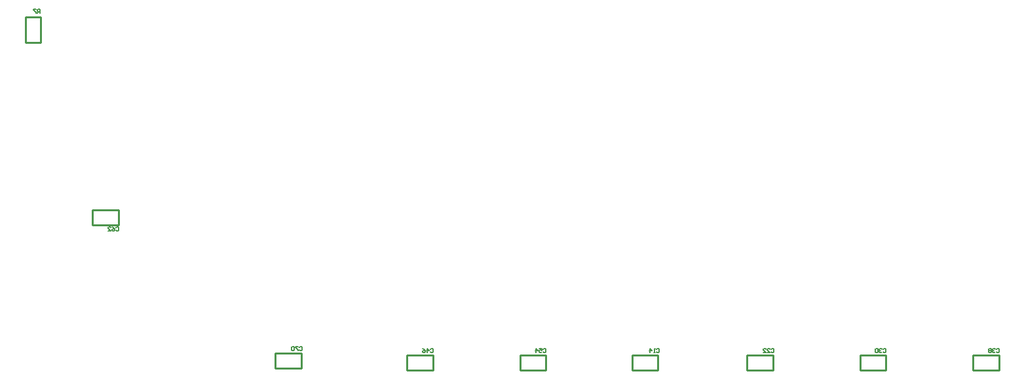
<source format=gbo>
G04 Layer_Color=32896*
%FSLAX44Y44*%
%MOMM*%
G71*
G01*
G75*
%ADD36C,0.2540*%
%ADD50C,0.1270*%
D36*
X490728Y1235837D02*
X510032D01*
Y1202563D02*
Y1235837D01*
X490728Y1202563D02*
X510032D01*
X490728D02*
Y1235837D01*
X813943Y800862D02*
X847217D01*
X813943Y781558D02*
Y800862D01*
Y781558D02*
X847217D01*
Y800862D01*
X577723Y986282D02*
X610997D01*
X577723Y966978D02*
Y986282D01*
Y966978D02*
X610997D01*
Y986282D01*
X1130173Y798322D02*
X1163447D01*
X1130173Y779018D02*
Y798322D01*
Y779018D02*
X1163447D01*
Y798322D01*
X984123D02*
X1017397D01*
X984123Y779018D02*
Y798322D01*
Y779018D02*
X1017397D01*
Y798322D01*
X1715643D02*
X1748917D01*
X1715643Y779018D02*
Y798322D01*
Y779018D02*
X1748917D01*
Y798322D01*
X1569593D02*
X1602867D01*
X1569593Y779018D02*
Y798322D01*
Y779018D02*
X1602867D01*
Y798322D01*
X1423543D02*
X1456817D01*
X1423543Y779018D02*
Y798322D01*
Y779018D02*
X1456817D01*
Y798322D01*
X1274953D02*
X1308227D01*
X1274953Y779018D02*
Y798322D01*
Y779018D02*
X1308227D01*
Y798322D01*
D50*
X1305984Y805602D02*
X1306831Y806448D01*
X1308524D01*
X1309370Y805602D01*
Y802216D01*
X1308524Y801370D01*
X1306831D01*
X1305984Y802216D01*
X1304292Y801370D02*
X1302599D01*
X1303445D01*
Y806448D01*
X1304292Y805602D01*
X1297520Y801370D02*
Y806448D01*
X1300060Y803909D01*
X1296674D01*
X1454574Y805602D02*
X1455421Y806448D01*
X1457114D01*
X1457960Y805602D01*
Y802216D01*
X1457114Y801370D01*
X1455421D01*
X1454574Y802216D01*
X1449496Y801370D02*
X1452882D01*
X1449496Y804756D01*
Y805602D01*
X1450343Y806448D01*
X1452035D01*
X1452882Y805602D01*
X1444418Y801370D02*
X1447803D01*
X1444418Y804756D01*
Y805602D01*
X1445264Y806448D01*
X1446957D01*
X1447803Y805602D01*
X1599354D02*
X1600201Y806448D01*
X1601894D01*
X1602740Y805602D01*
Y802216D01*
X1601894Y801370D01*
X1600201D01*
X1599354Y802216D01*
X1597662Y805602D02*
X1596815Y806448D01*
X1595123D01*
X1594276Y805602D01*
Y804756D01*
X1595123Y803909D01*
X1595969D01*
X1595123D01*
X1594276Y803063D01*
Y802216D01*
X1595123Y801370D01*
X1596815D01*
X1597662Y802216D01*
X1592583Y805602D02*
X1591737Y806448D01*
X1590044D01*
X1589198Y805602D01*
Y802216D01*
X1590044Y801370D01*
X1591737D01*
X1592583Y802216D01*
Y805602D01*
X1745404D02*
X1746251Y806448D01*
X1747944D01*
X1748790Y805602D01*
Y802216D01*
X1747944Y801370D01*
X1746251D01*
X1745404Y802216D01*
X1743712Y805602D02*
X1742865Y806448D01*
X1741172D01*
X1740326Y805602D01*
Y804756D01*
X1741172Y803909D01*
X1742019D01*
X1741172D01*
X1740326Y803063D01*
Y802216D01*
X1741172Y801370D01*
X1742865D01*
X1743712Y802216D01*
X1738633Y805602D02*
X1737787Y806448D01*
X1736094D01*
X1735248Y805602D01*
Y804756D01*
X1736094Y803909D01*
X1735248Y803063D01*
Y802216D01*
X1736094Y801370D01*
X1737787D01*
X1738633Y802216D01*
Y803063D01*
X1737787Y803909D01*
X1738633Y804756D01*
Y805602D01*
X1737787Y803909D02*
X1736094D01*
X1013884Y805602D02*
X1014731Y806448D01*
X1016424D01*
X1017270Y805602D01*
Y802216D01*
X1016424Y801370D01*
X1014731D01*
X1013884Y802216D01*
X1009652Y801370D02*
Y806448D01*
X1012192Y803909D01*
X1008806D01*
X1003728Y806448D02*
X1005421Y805602D01*
X1007113Y803909D01*
Y802216D01*
X1006267Y801370D01*
X1004574D01*
X1003728Y802216D01*
Y803063D01*
X1004574Y803909D01*
X1007113D01*
X1159934Y805602D02*
X1160781Y806448D01*
X1162474D01*
X1163320Y805602D01*
Y802216D01*
X1162474Y801370D01*
X1160781D01*
X1159934Y802216D01*
X1154856Y806448D02*
X1158242D01*
Y803909D01*
X1156549Y804756D01*
X1155703D01*
X1154856Y803909D01*
Y802216D01*
X1155703Y801370D01*
X1157395D01*
X1158242Y802216D01*
X1150624Y801370D02*
Y806448D01*
X1153163Y803909D01*
X1149778D01*
X607484Y963082D02*
X608331Y963928D01*
X610024D01*
X610870Y963082D01*
Y959696D01*
X610024Y958850D01*
X608331D01*
X607484Y959696D01*
X602406Y963928D02*
X604099Y963082D01*
X605792Y961389D01*
Y959696D01*
X604945Y958850D01*
X603252D01*
X602406Y959696D01*
Y960543D01*
X603252Y961389D01*
X605792D01*
X597328Y958850D02*
X600713D01*
X597328Y962236D01*
Y963082D01*
X598174Y963928D01*
X599867D01*
X600713Y963082D01*
X844974Y808142D02*
X845821Y808988D01*
X847514D01*
X848360Y808142D01*
Y804756D01*
X847514Y803910D01*
X845821D01*
X844974Y804756D01*
X843282Y808988D02*
X839896D01*
Y808142D01*
X843282Y804756D01*
Y803910D01*
X838203Y808142D02*
X837357Y808988D01*
X835664D01*
X834818Y808142D01*
Y804756D01*
X835664Y803910D01*
X837357D01*
X838203Y804756D01*
Y808142D01*
X509270Y1240790D02*
Y1245868D01*
X506731D01*
X505884Y1245022D01*
Y1243329D01*
X506731Y1242483D01*
X509270D01*
X507577D02*
X505884Y1240790D01*
X504192Y1245868D02*
X500806D01*
Y1245022D01*
X504192Y1241636D01*
Y1240790D01*
M02*

</source>
